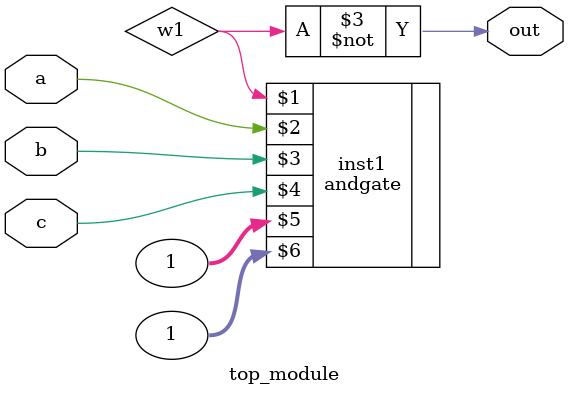
<source format=v>
module top_module (input a, input b, input c, output out);//
	wire w1;
    andgate inst1 (w1, a, b, c, 1, 1);
    assign out = ~w1;

endmodule

</source>
